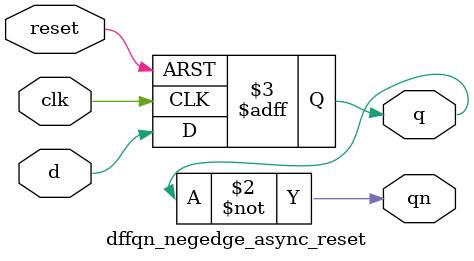
<source format=v>
`default_nettype none
`ifdef TIMESCALE
`timescale 1ns/1ps
`endif
module dffqn_negedge_async_reset (
    input  wire			clk,
    input  wire			reset,
    input  wire			d,

    output  reg			q,
    output wire			qn
);

    always @(negedge clk or posedge reset) begin
        if (reset) begin
            q <= 0;
        end else begin
            q <= d;
        end
    end

    assign qn = ~q;

endmodule

</source>
